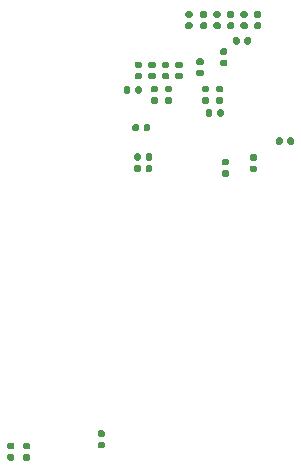
<source format=gbr>
%TF.GenerationSoftware,KiCad,Pcbnew,5.1.10-88a1d61d58~90~ubuntu20.04.1*%
%TF.CreationDate,2021-07-15T14:53:32+08:00*%
%TF.ProjectId,TestAutomation,54657374-4175-4746-9f6d-6174696f6e2e,rev?*%
%TF.SameCoordinates,Original*%
%TF.FileFunction,Paste,Bot*%
%TF.FilePolarity,Positive*%
%FSLAX46Y46*%
G04 Gerber Fmt 4.6, Leading zero omitted, Abs format (unit mm)*
G04 Created by KiCad (PCBNEW 5.1.10-88a1d61d58~90~ubuntu20.04.1) date 2021-07-15 14:53:32*
%MOMM*%
%LPD*%
G01*
G04 APERTURE LIST*
G04 APERTURE END LIST*
%TO.C,C96*%
G36*
G01*
X177670000Y-81520000D02*
X178010000Y-81520000D01*
G75*
G02*
X178150000Y-81660000I0J-140000D01*
G01*
X178150000Y-81940000D01*
G75*
G02*
X178010000Y-82080000I-140000J0D01*
G01*
X177670000Y-82080000D01*
G75*
G02*
X177530000Y-81940000I0J140000D01*
G01*
X177530000Y-81660000D01*
G75*
G02*
X177670000Y-81520000I140000J0D01*
G01*
G37*
G36*
G01*
X177670000Y-80560000D02*
X178010000Y-80560000D01*
G75*
G02*
X178150000Y-80700000I0J-140000D01*
G01*
X178150000Y-80980000D01*
G75*
G02*
X178010000Y-81120000I-140000J0D01*
G01*
X177670000Y-81120000D01*
G75*
G02*
X177530000Y-80980000I0J140000D01*
G01*
X177530000Y-80700000D01*
G75*
G02*
X177670000Y-80560000I140000J0D01*
G01*
G37*
%TD*%
%TO.C,C95*%
G36*
G01*
X173290000Y-87420000D02*
X173290000Y-87080000D01*
G75*
G02*
X173430000Y-86940000I140000J0D01*
G01*
X173710000Y-86940000D01*
G75*
G02*
X173850000Y-87080000I0J-140000D01*
G01*
X173850000Y-87420000D01*
G75*
G02*
X173710000Y-87560000I-140000J0D01*
G01*
X173430000Y-87560000D01*
G75*
G02*
X173290000Y-87420000I0J140000D01*
G01*
G37*
G36*
G01*
X172330000Y-87420000D02*
X172330000Y-87080000D01*
G75*
G02*
X172470000Y-86940000I140000J0D01*
G01*
X172750000Y-86940000D01*
G75*
G02*
X172890000Y-87080000I0J-140000D01*
G01*
X172890000Y-87420000D01*
G75*
G02*
X172750000Y-87560000I-140000J0D01*
G01*
X172470000Y-87560000D01*
G75*
G02*
X172330000Y-87420000I0J140000D01*
G01*
G37*
%TD*%
%TO.C,C94*%
G36*
G01*
X178610000Y-85530000D02*
X178950000Y-85530000D01*
G75*
G02*
X179090000Y-85670000I0J-140000D01*
G01*
X179090000Y-85950000D01*
G75*
G02*
X178950000Y-86090000I-140000J0D01*
G01*
X178610000Y-86090000D01*
G75*
G02*
X178470000Y-85950000I0J140000D01*
G01*
X178470000Y-85670000D01*
G75*
G02*
X178610000Y-85530000I140000J0D01*
G01*
G37*
G36*
G01*
X178610000Y-84570000D02*
X178950000Y-84570000D01*
G75*
G02*
X179090000Y-84710000I0J-140000D01*
G01*
X179090000Y-84990000D01*
G75*
G02*
X178950000Y-85130000I-140000J0D01*
G01*
X178610000Y-85130000D01*
G75*
G02*
X178470000Y-84990000I0J140000D01*
G01*
X178470000Y-84710000D01*
G75*
G02*
X178610000Y-84570000I140000J0D01*
G01*
G37*
%TD*%
%TO.C,C24*%
G36*
G01*
X181197664Y-81520000D02*
X181537664Y-81520000D01*
G75*
G02*
X181677664Y-81660000I0J-140000D01*
G01*
X181677664Y-81940000D01*
G75*
G02*
X181537664Y-82080000I-140000J0D01*
G01*
X181197664Y-82080000D01*
G75*
G02*
X181057664Y-81940000I0J140000D01*
G01*
X181057664Y-81660000D01*
G75*
G02*
X181197664Y-81520000I140000J0D01*
G01*
G37*
G36*
G01*
X181197664Y-80560000D02*
X181537664Y-80560000D01*
G75*
G02*
X181677664Y-80700000I0J-140000D01*
G01*
X181677664Y-80980000D01*
G75*
G02*
X181537664Y-81120000I-140000J0D01*
G01*
X181197664Y-81120000D01*
G75*
G02*
X181057664Y-80980000I0J140000D01*
G01*
X181057664Y-80700000D01*
G75*
G02*
X181197664Y-80560000I140000J0D01*
G01*
G37*
%TD*%
%TO.C,C21*%
G36*
G01*
X180053832Y-81520000D02*
X180393832Y-81520000D01*
G75*
G02*
X180533832Y-81660000I0J-140000D01*
G01*
X180533832Y-81940000D01*
G75*
G02*
X180393832Y-82080000I-140000J0D01*
G01*
X180053832Y-82080000D01*
G75*
G02*
X179913832Y-81940000I0J140000D01*
G01*
X179913832Y-81660000D01*
G75*
G02*
X180053832Y-81520000I140000J0D01*
G01*
G37*
G36*
G01*
X180053832Y-80560000D02*
X180393832Y-80560000D01*
G75*
G02*
X180533832Y-80700000I0J-140000D01*
G01*
X180533832Y-80980000D01*
G75*
G02*
X180393832Y-81120000I-140000J0D01*
G01*
X180053832Y-81120000D01*
G75*
G02*
X179913832Y-80980000I0J140000D01*
G01*
X179913832Y-80700000D01*
G75*
G02*
X180053832Y-80560000I140000J0D01*
G01*
G37*
%TD*%
%TO.C,C81*%
G36*
G01*
X164270000Y-117670000D02*
X163930000Y-117670000D01*
G75*
G02*
X163790000Y-117530000I0J140000D01*
G01*
X163790000Y-117250000D01*
G75*
G02*
X163930000Y-117110000I140000J0D01*
G01*
X164270000Y-117110000D01*
G75*
G02*
X164410000Y-117250000I0J-140000D01*
G01*
X164410000Y-117530000D01*
G75*
G02*
X164270000Y-117670000I-140000J0D01*
G01*
G37*
G36*
G01*
X164270000Y-118630000D02*
X163930000Y-118630000D01*
G75*
G02*
X163790000Y-118490000I0J140000D01*
G01*
X163790000Y-118210000D01*
G75*
G02*
X163930000Y-118070000I140000J0D01*
G01*
X164270000Y-118070000D01*
G75*
G02*
X164410000Y-118210000I0J-140000D01*
G01*
X164410000Y-118490000D01*
G75*
G02*
X164270000Y-118630000I-140000J0D01*
G01*
G37*
%TD*%
%TO.C,C80*%
G36*
G01*
X170590000Y-116620000D02*
X170250000Y-116620000D01*
G75*
G02*
X170110000Y-116480000I0J140000D01*
G01*
X170110000Y-116200000D01*
G75*
G02*
X170250000Y-116060000I140000J0D01*
G01*
X170590000Y-116060000D01*
G75*
G02*
X170730000Y-116200000I0J-140000D01*
G01*
X170730000Y-116480000D01*
G75*
G02*
X170590000Y-116620000I-140000J0D01*
G01*
G37*
G36*
G01*
X170590000Y-117580000D02*
X170250000Y-117580000D01*
G75*
G02*
X170110000Y-117440000I0J140000D01*
G01*
X170110000Y-117160000D01*
G75*
G02*
X170250000Y-117020000I140000J0D01*
G01*
X170590000Y-117020000D01*
G75*
G02*
X170730000Y-117160000I0J-140000D01*
G01*
X170730000Y-117440000D01*
G75*
G02*
X170590000Y-117580000I-140000J0D01*
G01*
G37*
%TD*%
%TO.C,C79*%
G36*
G01*
X162932500Y-117670000D02*
X162592500Y-117670000D01*
G75*
G02*
X162452500Y-117530000I0J140000D01*
G01*
X162452500Y-117250000D01*
G75*
G02*
X162592500Y-117110000I140000J0D01*
G01*
X162932500Y-117110000D01*
G75*
G02*
X163072500Y-117250000I0J-140000D01*
G01*
X163072500Y-117530000D01*
G75*
G02*
X162932500Y-117670000I-140000J0D01*
G01*
G37*
G36*
G01*
X162932500Y-118630000D02*
X162592500Y-118630000D01*
G75*
G02*
X162452500Y-118490000I0J140000D01*
G01*
X162452500Y-118210000D01*
G75*
G02*
X162592500Y-118070000I140000J0D01*
G01*
X162932500Y-118070000D01*
G75*
G02*
X163072500Y-118210000I0J-140000D01*
G01*
X163072500Y-118490000D01*
G75*
G02*
X162932500Y-118630000I-140000J0D01*
G01*
G37*
%TD*%
%TO.C,C17*%
G36*
G01*
X181090000Y-93620000D02*
X180750000Y-93620000D01*
G75*
G02*
X180610000Y-93480000I0J140000D01*
G01*
X180610000Y-93200000D01*
G75*
G02*
X180750000Y-93060000I140000J0D01*
G01*
X181090000Y-93060000D01*
G75*
G02*
X181230000Y-93200000I0J-140000D01*
G01*
X181230000Y-93480000D01*
G75*
G02*
X181090000Y-93620000I-140000J0D01*
G01*
G37*
G36*
G01*
X181090000Y-94580000D02*
X180750000Y-94580000D01*
G75*
G02*
X180610000Y-94440000I0J140000D01*
G01*
X180610000Y-94160000D01*
G75*
G02*
X180750000Y-94020000I140000J0D01*
G01*
X181090000Y-94020000D01*
G75*
G02*
X181230000Y-94160000I0J-140000D01*
G01*
X181230000Y-94440000D01*
G75*
G02*
X181090000Y-94580000I-140000J0D01*
G01*
G37*
%TD*%
%TO.C,C16*%
G36*
G01*
X183485330Y-81520000D02*
X183825330Y-81520000D01*
G75*
G02*
X183965330Y-81660000I0J-140000D01*
G01*
X183965330Y-81940000D01*
G75*
G02*
X183825330Y-82080000I-140000J0D01*
G01*
X183485330Y-82080000D01*
G75*
G02*
X183345330Y-81940000I0J140000D01*
G01*
X183345330Y-81660000D01*
G75*
G02*
X183485330Y-81520000I140000J0D01*
G01*
G37*
G36*
G01*
X183485330Y-80560000D02*
X183825330Y-80560000D01*
G75*
G02*
X183965330Y-80700000I0J-140000D01*
G01*
X183965330Y-80980000D01*
G75*
G02*
X183825330Y-81120000I-140000J0D01*
G01*
X183485330Y-81120000D01*
G75*
G02*
X183345330Y-80980000I0J140000D01*
G01*
X183345330Y-80700000D01*
G75*
G02*
X183485330Y-80560000I140000J0D01*
G01*
G37*
%TD*%
%TO.C,C37*%
G36*
G01*
X180620000Y-84670000D02*
X180960000Y-84670000D01*
G75*
G02*
X181100000Y-84810000I0J-140000D01*
G01*
X181100000Y-85090000D01*
G75*
G02*
X180960000Y-85230000I-140000J0D01*
G01*
X180620000Y-85230000D01*
G75*
G02*
X180480000Y-85090000I0J140000D01*
G01*
X180480000Y-84810000D01*
G75*
G02*
X180620000Y-84670000I140000J0D01*
G01*
G37*
G36*
G01*
X180620000Y-83710000D02*
X180960000Y-83710000D01*
G75*
G02*
X181100000Y-83850000I0J-140000D01*
G01*
X181100000Y-84130000D01*
G75*
G02*
X180960000Y-84270000I-140000J0D01*
G01*
X180620000Y-84270000D01*
G75*
G02*
X180480000Y-84130000I0J140000D01*
G01*
X180480000Y-83850000D01*
G75*
G02*
X180620000Y-83710000I140000J0D01*
G01*
G37*
%TD*%
%TO.C,C15*%
G36*
G01*
X182341496Y-81520000D02*
X182681496Y-81520000D01*
G75*
G02*
X182821496Y-81660000I0J-140000D01*
G01*
X182821496Y-81940000D01*
G75*
G02*
X182681496Y-82080000I-140000J0D01*
G01*
X182341496Y-82080000D01*
G75*
G02*
X182201496Y-81940000I0J140000D01*
G01*
X182201496Y-81660000D01*
G75*
G02*
X182341496Y-81520000I140000J0D01*
G01*
G37*
G36*
G01*
X182341496Y-80560000D02*
X182681496Y-80560000D01*
G75*
G02*
X182821496Y-80700000I0J-140000D01*
G01*
X182821496Y-80980000D01*
G75*
G02*
X182681496Y-81120000I-140000J0D01*
G01*
X182341496Y-81120000D01*
G75*
G02*
X182201496Y-80980000I0J140000D01*
G01*
X182201496Y-80700000D01*
G75*
G02*
X182341496Y-80560000I140000J0D01*
G01*
G37*
%TD*%
%TO.C,C36*%
G36*
G01*
X175690000Y-85790000D02*
X176030000Y-85790000D01*
G75*
G02*
X176170000Y-85930000I0J-140000D01*
G01*
X176170000Y-86210000D01*
G75*
G02*
X176030000Y-86350000I-140000J0D01*
G01*
X175690000Y-86350000D01*
G75*
G02*
X175550000Y-86210000I0J140000D01*
G01*
X175550000Y-85930000D01*
G75*
G02*
X175690000Y-85790000I140000J0D01*
G01*
G37*
G36*
G01*
X175690000Y-84830000D02*
X176030000Y-84830000D01*
G75*
G02*
X176170000Y-84970000I0J-140000D01*
G01*
X176170000Y-85250000D01*
G75*
G02*
X176030000Y-85390000I-140000J0D01*
G01*
X175690000Y-85390000D01*
G75*
G02*
X175550000Y-85250000I0J140000D01*
G01*
X175550000Y-84970000D01*
G75*
G02*
X175690000Y-84830000I140000J0D01*
G01*
G37*
%TD*%
%TO.C,C35*%
G36*
G01*
X175940000Y-87840000D02*
X176280000Y-87840000D01*
G75*
G02*
X176420000Y-87980000I0J-140000D01*
G01*
X176420000Y-88260000D01*
G75*
G02*
X176280000Y-88400000I-140000J0D01*
G01*
X175940000Y-88400000D01*
G75*
G02*
X175800000Y-88260000I0J140000D01*
G01*
X175800000Y-87980000D01*
G75*
G02*
X175940000Y-87840000I140000J0D01*
G01*
G37*
G36*
G01*
X175940000Y-86880000D02*
X176280000Y-86880000D01*
G75*
G02*
X176420000Y-87020000I0J-140000D01*
G01*
X176420000Y-87300000D01*
G75*
G02*
X176280000Y-87440000I-140000J0D01*
G01*
X175940000Y-87440000D01*
G75*
G02*
X175800000Y-87300000I0J140000D01*
G01*
X175800000Y-87020000D01*
G75*
G02*
X175940000Y-86880000I140000J0D01*
G01*
G37*
%TD*%
%TO.C,C14*%
G36*
G01*
X173040000Y-90610000D02*
X173040000Y-90270000D01*
G75*
G02*
X173180000Y-90130000I140000J0D01*
G01*
X173460000Y-90130000D01*
G75*
G02*
X173600000Y-90270000I0J-140000D01*
G01*
X173600000Y-90610000D01*
G75*
G02*
X173460000Y-90750000I-140000J0D01*
G01*
X173180000Y-90750000D01*
G75*
G02*
X173040000Y-90610000I0J140000D01*
G01*
G37*
G36*
G01*
X174000000Y-90610000D02*
X174000000Y-90270000D01*
G75*
G02*
X174140000Y-90130000I140000J0D01*
G01*
X174420000Y-90130000D01*
G75*
G02*
X174560000Y-90270000I0J-140000D01*
G01*
X174560000Y-90610000D01*
G75*
G02*
X174420000Y-90750000I-140000J0D01*
G01*
X174140000Y-90750000D01*
G75*
G02*
X174000000Y-90610000I0J140000D01*
G01*
G37*
%TD*%
%TO.C,C34*%
G36*
G01*
X174540000Y-85790000D02*
X174880000Y-85790000D01*
G75*
G02*
X175020000Y-85930000I0J-140000D01*
G01*
X175020000Y-86210000D01*
G75*
G02*
X174880000Y-86350000I-140000J0D01*
G01*
X174540000Y-86350000D01*
G75*
G02*
X174400000Y-86210000I0J140000D01*
G01*
X174400000Y-85930000D01*
G75*
G02*
X174540000Y-85790000I140000J0D01*
G01*
G37*
G36*
G01*
X174540000Y-84830000D02*
X174880000Y-84830000D01*
G75*
G02*
X175020000Y-84970000I0J-140000D01*
G01*
X175020000Y-85250000D01*
G75*
G02*
X174880000Y-85390000I-140000J0D01*
G01*
X174540000Y-85390000D01*
G75*
G02*
X174400000Y-85250000I0J140000D01*
G01*
X174400000Y-84970000D01*
G75*
G02*
X174540000Y-84830000I140000J0D01*
G01*
G37*
%TD*%
%TO.C,C33*%
G36*
G01*
X180274000Y-87840000D02*
X180614000Y-87840000D01*
G75*
G02*
X180754000Y-87980000I0J-140000D01*
G01*
X180754000Y-88260000D01*
G75*
G02*
X180614000Y-88400000I-140000J0D01*
G01*
X180274000Y-88400000D01*
G75*
G02*
X180134000Y-88260000I0J140000D01*
G01*
X180134000Y-87980000D01*
G75*
G02*
X180274000Y-87840000I140000J0D01*
G01*
G37*
G36*
G01*
X180274000Y-86880000D02*
X180614000Y-86880000D01*
G75*
G02*
X180754000Y-87020000I0J-140000D01*
G01*
X180754000Y-87300000D01*
G75*
G02*
X180614000Y-87440000I-140000J0D01*
G01*
X180274000Y-87440000D01*
G75*
G02*
X180134000Y-87300000I0J140000D01*
G01*
X180134000Y-87020000D01*
G75*
G02*
X180274000Y-86880000I140000J0D01*
G01*
G37*
%TD*%
%TO.C,C13*%
G36*
G01*
X174170000Y-93070000D02*
X174170000Y-92730000D01*
G75*
G02*
X174310000Y-92590000I140000J0D01*
G01*
X174590000Y-92590000D01*
G75*
G02*
X174730000Y-92730000I0J-140000D01*
G01*
X174730000Y-93070000D01*
G75*
G02*
X174590000Y-93210000I-140000J0D01*
G01*
X174310000Y-93210000D01*
G75*
G02*
X174170000Y-93070000I0J140000D01*
G01*
G37*
G36*
G01*
X173210000Y-93070000D02*
X173210000Y-92730000D01*
G75*
G02*
X173350000Y-92590000I140000J0D01*
G01*
X173630000Y-92590000D01*
G75*
G02*
X173770000Y-92730000I0J-140000D01*
G01*
X173770000Y-93070000D01*
G75*
G02*
X173630000Y-93210000I-140000J0D01*
G01*
X173350000Y-93210000D01*
G75*
G02*
X173210000Y-93070000I0J140000D01*
G01*
G37*
%TD*%
%TO.C,C32*%
G36*
G01*
X176840000Y-85790000D02*
X177180000Y-85790000D01*
G75*
G02*
X177320000Y-85930000I0J-140000D01*
G01*
X177320000Y-86210000D01*
G75*
G02*
X177180000Y-86350000I-140000J0D01*
G01*
X176840000Y-86350000D01*
G75*
G02*
X176700000Y-86210000I0J140000D01*
G01*
X176700000Y-85930000D01*
G75*
G02*
X176840000Y-85790000I140000J0D01*
G01*
G37*
G36*
G01*
X176840000Y-84830000D02*
X177180000Y-84830000D01*
G75*
G02*
X177320000Y-84970000I0J-140000D01*
G01*
X177320000Y-85250000D01*
G75*
G02*
X177180000Y-85390000I-140000J0D01*
G01*
X176840000Y-85390000D01*
G75*
G02*
X176700000Y-85250000I0J140000D01*
G01*
X176700000Y-84970000D01*
G75*
G02*
X176840000Y-84830000I140000J0D01*
G01*
G37*
%TD*%
%TO.C,C31*%
G36*
G01*
X179077000Y-87840000D02*
X179417000Y-87840000D01*
G75*
G02*
X179557000Y-87980000I0J-140000D01*
G01*
X179557000Y-88260000D01*
G75*
G02*
X179417000Y-88400000I-140000J0D01*
G01*
X179077000Y-88400000D01*
G75*
G02*
X178937000Y-88260000I0J140000D01*
G01*
X178937000Y-87980000D01*
G75*
G02*
X179077000Y-87840000I140000J0D01*
G01*
G37*
G36*
G01*
X179077000Y-86880000D02*
X179417000Y-86880000D01*
G75*
G02*
X179557000Y-87020000I0J-140000D01*
G01*
X179557000Y-87300000D01*
G75*
G02*
X179417000Y-87440000I-140000J0D01*
G01*
X179077000Y-87440000D01*
G75*
G02*
X178937000Y-87300000I0J140000D01*
G01*
X178937000Y-87020000D01*
G75*
G02*
X179077000Y-86880000I140000J0D01*
G01*
G37*
%TD*%
%TO.C,C12*%
G36*
G01*
X183460000Y-93240000D02*
X183120000Y-93240000D01*
G75*
G02*
X182980000Y-93100000I0J140000D01*
G01*
X182980000Y-92820000D01*
G75*
G02*
X183120000Y-92680000I140000J0D01*
G01*
X183460000Y-92680000D01*
G75*
G02*
X183600000Y-92820000I0J-140000D01*
G01*
X183600000Y-93100000D01*
G75*
G02*
X183460000Y-93240000I-140000J0D01*
G01*
G37*
G36*
G01*
X183460000Y-94200000D02*
X183120000Y-94200000D01*
G75*
G02*
X182980000Y-94060000I0J140000D01*
G01*
X182980000Y-93780000D01*
G75*
G02*
X183120000Y-93640000I140000J0D01*
G01*
X183460000Y-93640000D01*
G75*
G02*
X183600000Y-93780000I0J-140000D01*
G01*
X183600000Y-94060000D01*
G75*
G02*
X183460000Y-94200000I-140000J0D01*
G01*
G37*
%TD*%
%TO.C,C30*%
G36*
G01*
X174170000Y-94070000D02*
X174170000Y-93730000D01*
G75*
G02*
X174310000Y-93590000I140000J0D01*
G01*
X174590000Y-93590000D01*
G75*
G02*
X174730000Y-93730000I0J-140000D01*
G01*
X174730000Y-94070000D01*
G75*
G02*
X174590000Y-94210000I-140000J0D01*
G01*
X174310000Y-94210000D01*
G75*
G02*
X174170000Y-94070000I0J140000D01*
G01*
G37*
G36*
G01*
X173210000Y-94070000D02*
X173210000Y-93730000D01*
G75*
G02*
X173350000Y-93590000I140000J0D01*
G01*
X173630000Y-93590000D01*
G75*
G02*
X173770000Y-93730000I0J-140000D01*
G01*
X173770000Y-94070000D01*
G75*
G02*
X173630000Y-94210000I-140000J0D01*
G01*
X173350000Y-94210000D01*
G75*
G02*
X173210000Y-94070000I0J140000D01*
G01*
G37*
%TD*%
%TO.C,C29*%
G36*
G01*
X185770000Y-91400000D02*
X185770000Y-91740000D01*
G75*
G02*
X185630000Y-91880000I-140000J0D01*
G01*
X185350000Y-91880000D01*
G75*
G02*
X185210000Y-91740000I0J140000D01*
G01*
X185210000Y-91400000D01*
G75*
G02*
X185350000Y-91260000I140000J0D01*
G01*
X185630000Y-91260000D01*
G75*
G02*
X185770000Y-91400000I0J-140000D01*
G01*
G37*
G36*
G01*
X186730000Y-91400000D02*
X186730000Y-91740000D01*
G75*
G02*
X186590000Y-91880000I-140000J0D01*
G01*
X186310000Y-91880000D01*
G75*
G02*
X186170000Y-91740000I0J140000D01*
G01*
X186170000Y-91400000D01*
G75*
G02*
X186310000Y-91260000I140000J0D01*
G01*
X186590000Y-91260000D01*
G75*
G02*
X186730000Y-91400000I0J-140000D01*
G01*
G37*
%TD*%
%TO.C,C28*%
G36*
G01*
X180230000Y-89350000D02*
X180230000Y-89010000D01*
G75*
G02*
X180370000Y-88870000I140000J0D01*
G01*
X180650000Y-88870000D01*
G75*
G02*
X180790000Y-89010000I0J-140000D01*
G01*
X180790000Y-89350000D01*
G75*
G02*
X180650000Y-89490000I-140000J0D01*
G01*
X180370000Y-89490000D01*
G75*
G02*
X180230000Y-89350000I0J140000D01*
G01*
G37*
G36*
G01*
X179270000Y-89350000D02*
X179270000Y-89010000D01*
G75*
G02*
X179410000Y-88870000I140000J0D01*
G01*
X179690000Y-88870000D01*
G75*
G02*
X179830000Y-89010000I0J-140000D01*
G01*
X179830000Y-89350000D01*
G75*
G02*
X179690000Y-89490000I-140000J0D01*
G01*
X179410000Y-89490000D01*
G75*
G02*
X179270000Y-89350000I0J140000D01*
G01*
G37*
%TD*%
%TO.C,C27*%
G36*
G01*
X182540000Y-83250000D02*
X182540000Y-82910000D01*
G75*
G02*
X182680000Y-82770000I140000J0D01*
G01*
X182960000Y-82770000D01*
G75*
G02*
X183100000Y-82910000I0J-140000D01*
G01*
X183100000Y-83250000D01*
G75*
G02*
X182960000Y-83390000I-140000J0D01*
G01*
X182680000Y-83390000D01*
G75*
G02*
X182540000Y-83250000I0J140000D01*
G01*
G37*
G36*
G01*
X181580000Y-83250000D02*
X181580000Y-82910000D01*
G75*
G02*
X181720000Y-82770000I140000J0D01*
G01*
X182000000Y-82770000D01*
G75*
G02*
X182140000Y-82910000I0J-140000D01*
G01*
X182140000Y-83250000D01*
G75*
G02*
X182000000Y-83390000I-140000J0D01*
G01*
X181720000Y-83390000D01*
G75*
G02*
X181580000Y-83250000I0J140000D01*
G01*
G37*
%TD*%
%TO.C,C26*%
G36*
G01*
X173730000Y-85390000D02*
X173390000Y-85390000D01*
G75*
G02*
X173250000Y-85250000I0J140000D01*
G01*
X173250000Y-84970000D01*
G75*
G02*
X173390000Y-84830000I140000J0D01*
G01*
X173730000Y-84830000D01*
G75*
G02*
X173870000Y-84970000I0J-140000D01*
G01*
X173870000Y-85250000D01*
G75*
G02*
X173730000Y-85390000I-140000J0D01*
G01*
G37*
G36*
G01*
X173730000Y-86350000D02*
X173390000Y-86350000D01*
G75*
G02*
X173250000Y-86210000I0J140000D01*
G01*
X173250000Y-85930000D01*
G75*
G02*
X173390000Y-85790000I140000J0D01*
G01*
X173730000Y-85790000D01*
G75*
G02*
X173870000Y-85930000I0J-140000D01*
G01*
X173870000Y-86210000D01*
G75*
G02*
X173730000Y-86350000I-140000J0D01*
G01*
G37*
%TD*%
%TO.C,C25*%
G36*
G01*
X175080000Y-87440000D02*
X174740000Y-87440000D01*
G75*
G02*
X174600000Y-87300000I0J140000D01*
G01*
X174600000Y-87020000D01*
G75*
G02*
X174740000Y-86880000I140000J0D01*
G01*
X175080000Y-86880000D01*
G75*
G02*
X175220000Y-87020000I0J-140000D01*
G01*
X175220000Y-87300000D01*
G75*
G02*
X175080000Y-87440000I-140000J0D01*
G01*
G37*
G36*
G01*
X175080000Y-88400000D02*
X174740000Y-88400000D01*
G75*
G02*
X174600000Y-88260000I0J140000D01*
G01*
X174600000Y-87980000D01*
G75*
G02*
X174740000Y-87840000I140000J0D01*
G01*
X175080000Y-87840000D01*
G75*
G02*
X175220000Y-87980000I0J-140000D01*
G01*
X175220000Y-88260000D01*
G75*
G02*
X175080000Y-88400000I-140000J0D01*
G01*
G37*
%TD*%
%TO.C,C9*%
G36*
G01*
X179250000Y-81120000D02*
X178910000Y-81120000D01*
G75*
G02*
X178770000Y-80980000I0J140000D01*
G01*
X178770000Y-80700000D01*
G75*
G02*
X178910000Y-80560000I140000J0D01*
G01*
X179250000Y-80560000D01*
G75*
G02*
X179390000Y-80700000I0J-140000D01*
G01*
X179390000Y-80980000D01*
G75*
G02*
X179250000Y-81120000I-140000J0D01*
G01*
G37*
G36*
G01*
X179250000Y-82080000D02*
X178910000Y-82080000D01*
G75*
G02*
X178770000Y-81940000I0J140000D01*
G01*
X178770000Y-81660000D01*
G75*
G02*
X178910000Y-81520000I140000J0D01*
G01*
X179250000Y-81520000D01*
G75*
G02*
X179390000Y-81660000I0J-140000D01*
G01*
X179390000Y-81940000D01*
G75*
G02*
X179250000Y-82080000I-140000J0D01*
G01*
G37*
%TD*%
M02*

</source>
